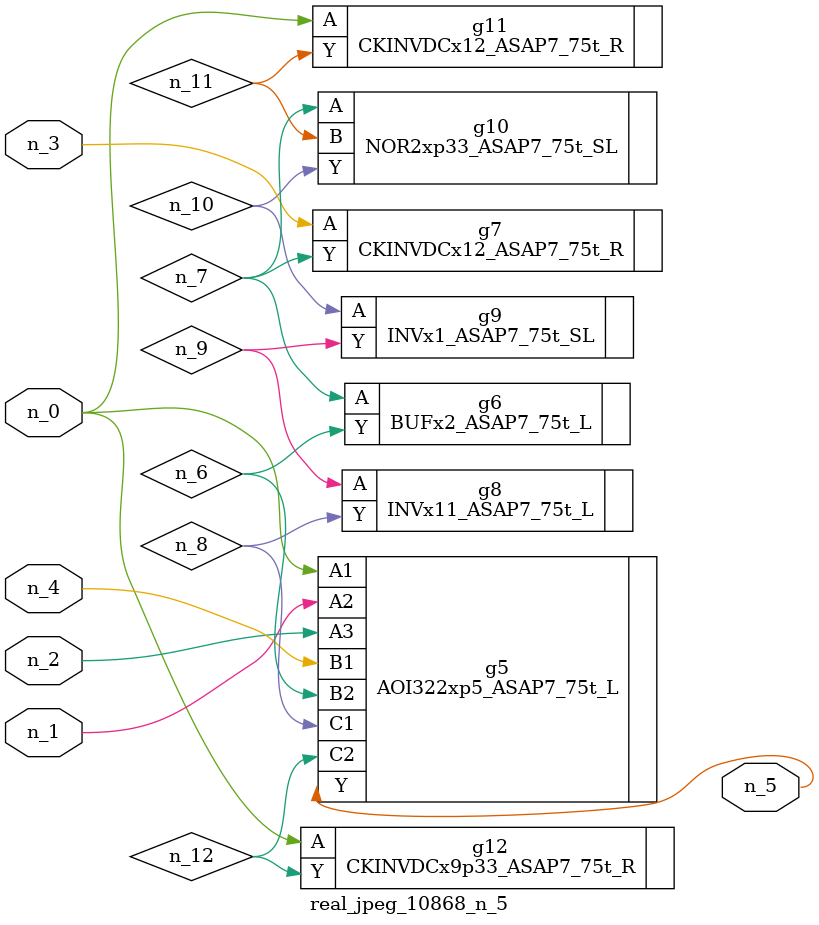
<source format=v>
module real_jpeg_10868_n_5 (n_4, n_0, n_1, n_2, n_3, n_5);

input n_4;
input n_0;
input n_1;
input n_2;
input n_3;

output n_5;

wire n_12;
wire n_8;
wire n_11;
wire n_6;
wire n_7;
wire n_10;
wire n_9;

AOI322xp5_ASAP7_75t_L g5 ( 
.A1(n_0),
.A2(n_1),
.A3(n_2),
.B1(n_4),
.B2(n_6),
.C1(n_8),
.C2(n_12),
.Y(n_5)
);

CKINVDCx12_ASAP7_75t_R g11 ( 
.A(n_0),
.Y(n_11)
);

CKINVDCx9p33_ASAP7_75t_R g12 ( 
.A(n_0),
.Y(n_12)
);

CKINVDCx12_ASAP7_75t_R g7 ( 
.A(n_3),
.Y(n_7)
);

BUFx2_ASAP7_75t_L g6 ( 
.A(n_7),
.Y(n_6)
);

NOR2xp33_ASAP7_75t_SL g10 ( 
.A(n_7),
.B(n_11),
.Y(n_10)
);

INVx11_ASAP7_75t_L g8 ( 
.A(n_9),
.Y(n_8)
);

INVx1_ASAP7_75t_SL g9 ( 
.A(n_10),
.Y(n_9)
);


endmodule
</source>
